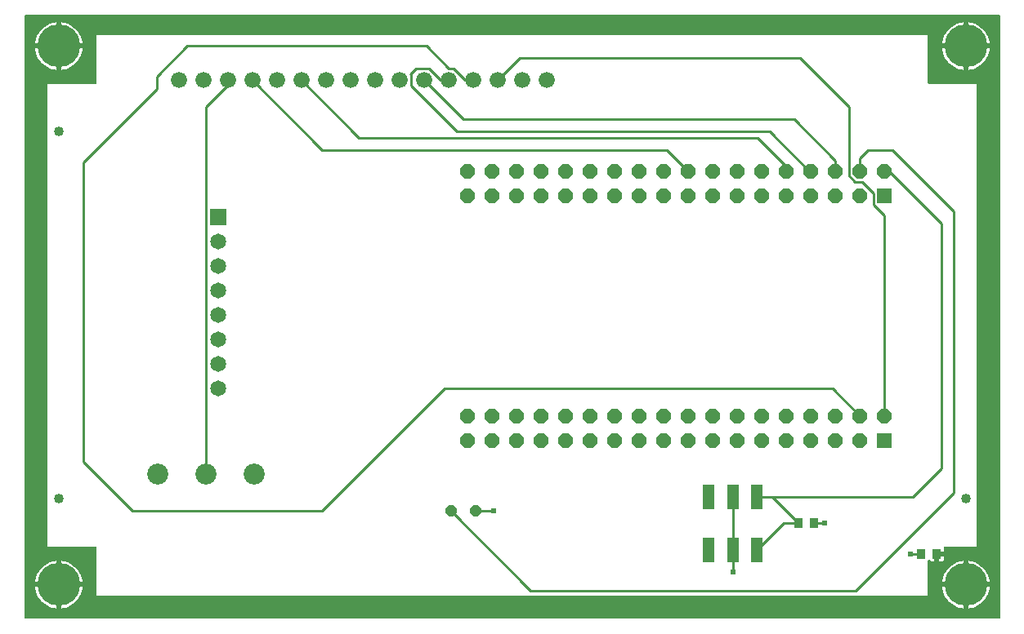
<source format=gbr>
G04 EAGLE Gerber RS-274X export*
G75*
%MOMM*%
%FSLAX34Y34*%
%LPD*%
%INTop Copper*%
%IPPOS*%
%AMOC8*
5,1,8,0,0,1.08239X$1,22.5*%
G01*
%ADD10C,1.676400*%
%ADD11C,1.016000*%
%ADD12P,1.231672X8X22.500000*%
%ADD13C,4.445000*%
%ADD14C,2.184400*%
%ADD15R,0.949959X1.031241*%
%ADD16R,1.200000X2.500000*%
%ADD17R,1.524000X1.524000*%
%ADD18P,1.649562X8X202.500000*%
%ADD19C,1.651000*%
%ADD20R,1.651000X1.651000*%
%ADD21C,0.254000*%
%ADD22C,0.609600*%

G36*
X1013244Y628008D02*
X1013244Y628008D01*
X1013237Y628127D01*
X1013224Y628165D01*
X1013219Y628206D01*
X1013176Y628316D01*
X1013139Y628429D01*
X1013117Y628464D01*
X1013102Y628501D01*
X1013033Y628597D01*
X1012969Y628698D01*
X1012939Y628726D01*
X1012916Y628759D01*
X1012824Y628835D01*
X1012737Y628916D01*
X1012702Y628936D01*
X1012671Y628961D01*
X1012563Y629012D01*
X1012459Y629070D01*
X1012419Y629080D01*
X1012383Y629097D01*
X1012266Y629119D01*
X1012151Y629149D01*
X1012091Y629153D01*
X1012071Y629157D01*
X1012050Y629155D01*
X1011990Y629159D01*
X3810Y629159D01*
X3692Y629144D01*
X3573Y629137D01*
X3535Y629124D01*
X3494Y629119D01*
X3384Y629076D01*
X3271Y629039D01*
X3236Y629017D01*
X3199Y629002D01*
X3103Y628933D01*
X3002Y628869D01*
X2974Y628839D01*
X2941Y628816D01*
X2865Y628724D01*
X2784Y628637D01*
X2764Y628602D01*
X2739Y628571D01*
X2688Y628463D01*
X2630Y628359D01*
X2620Y628319D01*
X2603Y628283D01*
X2581Y628166D01*
X2551Y628051D01*
X2547Y627991D01*
X2543Y627971D01*
X2545Y627950D01*
X2541Y627890D01*
X2541Y3810D01*
X2556Y3692D01*
X2563Y3573D01*
X2576Y3535D01*
X2581Y3494D01*
X2624Y3384D01*
X2661Y3271D01*
X2683Y3236D01*
X2698Y3199D01*
X2767Y3103D01*
X2831Y3002D01*
X2861Y2974D01*
X2884Y2941D01*
X2976Y2865D01*
X3063Y2784D01*
X3098Y2764D01*
X3129Y2739D01*
X3237Y2688D01*
X3341Y2630D01*
X3381Y2620D01*
X3417Y2603D01*
X3534Y2581D01*
X3649Y2551D01*
X3709Y2547D01*
X3729Y2543D01*
X3750Y2545D01*
X3810Y2541D01*
X1011990Y2541D01*
X1012108Y2556D01*
X1012227Y2563D01*
X1012265Y2576D01*
X1012306Y2581D01*
X1012416Y2624D01*
X1012529Y2661D01*
X1012564Y2683D01*
X1012601Y2698D01*
X1012697Y2767D01*
X1012798Y2831D01*
X1012826Y2861D01*
X1012859Y2884D01*
X1012935Y2976D01*
X1013016Y3063D01*
X1013036Y3098D01*
X1013061Y3129D01*
X1013112Y3237D01*
X1013170Y3341D01*
X1013180Y3381D01*
X1013197Y3417D01*
X1013219Y3534D01*
X1013249Y3649D01*
X1013253Y3709D01*
X1013257Y3729D01*
X1013255Y3750D01*
X1013259Y3810D01*
X1013259Y627890D01*
X1013244Y628008D01*
G37*
%LPC*%
G36*
X76200Y557531D02*
X76200Y557531D01*
X76318Y557546D01*
X76437Y557553D01*
X76475Y557566D01*
X76516Y557571D01*
X76626Y557614D01*
X76739Y557651D01*
X76774Y557673D01*
X76811Y557688D01*
X76907Y557758D01*
X77008Y557821D01*
X77036Y557851D01*
X77069Y557874D01*
X77145Y557966D01*
X77226Y558053D01*
X77246Y558088D01*
X77271Y558119D01*
X77322Y558227D01*
X77380Y558331D01*
X77390Y558371D01*
X77407Y558407D01*
X77429Y558524D01*
X77459Y558639D01*
X77463Y558700D01*
X77467Y558720D01*
X77465Y558740D01*
X77469Y558800D01*
X77469Y608331D01*
X938531Y608331D01*
X938531Y558800D01*
X938546Y558682D01*
X938553Y558563D01*
X938566Y558525D01*
X938571Y558484D01*
X938614Y558374D01*
X938651Y558261D01*
X938673Y558226D01*
X938688Y558189D01*
X938758Y558093D01*
X938821Y557992D01*
X938851Y557964D01*
X938874Y557931D01*
X938966Y557856D01*
X939053Y557774D01*
X939088Y557754D01*
X939119Y557729D01*
X939227Y557678D01*
X939331Y557620D01*
X939371Y557610D01*
X939407Y557593D01*
X939524Y557571D01*
X939639Y557541D01*
X939700Y557537D01*
X939720Y557533D01*
X939740Y557535D01*
X939800Y557531D01*
X989331Y557531D01*
X989331Y77469D01*
X956175Y77469D01*
X956051Y77454D01*
X955925Y77444D01*
X955893Y77434D01*
X955860Y77429D01*
X955743Y77383D01*
X955624Y77343D01*
X955595Y77325D01*
X955564Y77312D01*
X955462Y77239D01*
X955357Y77170D01*
X955334Y77145D01*
X955307Y77126D01*
X955226Y77029D01*
X955141Y76936D01*
X955125Y76907D01*
X955104Y76881D01*
X955050Y76767D01*
X954991Y76656D01*
X954983Y76623D01*
X954968Y76593D01*
X954945Y76469D01*
X954915Y76347D01*
X954915Y76314D01*
X954909Y76281D01*
X954916Y76155D01*
X954918Y76029D01*
X954927Y75981D01*
X954928Y75963D01*
X954935Y75943D01*
X954949Y75871D01*
X955092Y75341D01*
X955092Y72224D01*
X948906Y72224D01*
X948788Y72209D01*
X948669Y72202D01*
X948631Y72189D01*
X948591Y72184D01*
X948480Y72140D01*
X948367Y72104D01*
X948332Y72082D01*
X948295Y72067D01*
X948199Y71997D01*
X948098Y71934D01*
X948070Y71904D01*
X948038Y71880D01*
X947962Y71789D01*
X947880Y71702D01*
X947861Y71667D01*
X947835Y71635D01*
X947784Y71528D01*
X947727Y71424D01*
X947716Y71384D01*
X947699Y71348D01*
X947677Y71231D01*
X947647Y71116D01*
X947643Y71055D01*
X947639Y71035D01*
X947641Y71015D01*
X947637Y70955D01*
X947637Y70014D01*
X946696Y70014D01*
X946578Y69999D01*
X946459Y69992D01*
X946421Y69979D01*
X946381Y69974D01*
X946270Y69930D01*
X946157Y69894D01*
X946122Y69872D01*
X946085Y69857D01*
X945989Y69787D01*
X945888Y69724D01*
X945860Y69694D01*
X945828Y69670D01*
X945752Y69579D01*
X945670Y69492D01*
X945651Y69457D01*
X945625Y69425D01*
X945574Y69318D01*
X945517Y69214D01*
X945506Y69174D01*
X945489Y69138D01*
X945467Y69021D01*
X945437Y68906D01*
X945433Y68845D01*
X945429Y68825D01*
X945431Y68805D01*
X945427Y68745D01*
X945427Y62153D01*
X942717Y62153D01*
X942070Y62326D01*
X941491Y62661D01*
X941018Y63134D01*
X940953Y63246D01*
X940878Y63346D01*
X940807Y63450D01*
X940781Y63472D01*
X940761Y63499D01*
X940663Y63577D01*
X940568Y63661D01*
X940538Y63676D01*
X940512Y63697D01*
X940397Y63748D01*
X940285Y63805D01*
X940252Y63812D01*
X940222Y63826D01*
X940097Y63847D01*
X939975Y63875D01*
X939941Y63874D01*
X939908Y63879D01*
X939782Y63869D01*
X939657Y63865D01*
X939624Y63856D01*
X939591Y63853D01*
X939472Y63812D01*
X939351Y63776D01*
X939322Y63759D01*
X939291Y63748D01*
X939185Y63679D01*
X939077Y63615D01*
X939041Y63583D01*
X939026Y63573D01*
X939011Y63557D01*
X938957Y63508D01*
X938902Y63454D01*
X938842Y63376D01*
X938774Y63304D01*
X938745Y63251D01*
X938707Y63203D01*
X938668Y63112D01*
X938620Y63026D01*
X938605Y62967D01*
X938581Y62911D01*
X938566Y62813D01*
X938541Y62718D01*
X938535Y62617D01*
X938531Y62597D01*
X938533Y62585D01*
X938531Y62557D01*
X938531Y26669D01*
X77469Y26669D01*
X77469Y76200D01*
X77454Y76318D01*
X77447Y76437D01*
X77434Y76475D01*
X77429Y76516D01*
X77386Y76626D01*
X77349Y76739D01*
X77327Y76774D01*
X77312Y76811D01*
X77243Y76907D01*
X77179Y77008D01*
X77149Y77036D01*
X77126Y77069D01*
X77034Y77145D01*
X76947Y77226D01*
X76912Y77246D01*
X76881Y77271D01*
X76773Y77322D01*
X76669Y77380D01*
X76629Y77390D01*
X76593Y77407D01*
X76476Y77429D01*
X76361Y77459D01*
X76301Y77463D01*
X76281Y77467D01*
X76260Y77465D01*
X76200Y77469D01*
X26669Y77469D01*
X26669Y557531D01*
X76200Y557531D01*
G37*
%LPD*%
%LPC*%
G36*
X40639Y599439D02*
X40639Y599439D01*
X40639Y621536D01*
X42255Y621354D01*
X44967Y620735D01*
X47592Y619817D01*
X50099Y618610D01*
X52454Y617130D01*
X54629Y615395D01*
X56595Y613429D01*
X58330Y611254D01*
X59810Y608899D01*
X61017Y606392D01*
X61935Y603767D01*
X62554Y601055D01*
X62736Y599439D01*
X40639Y599439D01*
G37*
%LPD*%
%LPC*%
G36*
X980439Y599439D02*
X980439Y599439D01*
X980439Y621536D01*
X982055Y621354D01*
X984767Y620735D01*
X987392Y619817D01*
X989899Y618610D01*
X992254Y617130D01*
X994429Y615395D01*
X996395Y613429D01*
X998130Y611254D01*
X999610Y608899D01*
X1000817Y606392D01*
X1001735Y603767D01*
X1002354Y601055D01*
X1002536Y599439D01*
X980439Y599439D01*
G37*
%LPD*%
%LPC*%
G36*
X40639Y40639D02*
X40639Y40639D01*
X40639Y62736D01*
X42255Y62554D01*
X44967Y61935D01*
X47592Y61017D01*
X50099Y59810D01*
X52454Y58330D01*
X54629Y56595D01*
X56595Y54629D01*
X58330Y52454D01*
X59810Y50099D01*
X61017Y47592D01*
X61935Y44967D01*
X62554Y42255D01*
X62736Y40639D01*
X40639Y40639D01*
G37*
%LPD*%
%LPC*%
G36*
X980439Y40639D02*
X980439Y40639D01*
X980439Y62736D01*
X982055Y62554D01*
X984767Y61935D01*
X987392Y61017D01*
X989899Y59810D01*
X992254Y58330D01*
X994429Y56595D01*
X996395Y54629D01*
X998130Y52454D01*
X999610Y50099D01*
X1000817Y47592D01*
X1001735Y44967D01*
X1002354Y42255D01*
X1002536Y40639D01*
X980439Y40639D01*
G37*
%LPD*%
%LPC*%
G36*
X40639Y594361D02*
X40639Y594361D01*
X62736Y594361D01*
X62554Y592745D01*
X61935Y590033D01*
X61017Y587408D01*
X59810Y584901D01*
X58330Y582546D01*
X56595Y580371D01*
X54629Y578405D01*
X52454Y576670D01*
X50099Y575190D01*
X47592Y573983D01*
X44967Y573065D01*
X42255Y572446D01*
X40639Y572264D01*
X40639Y594361D01*
G37*
%LPD*%
%LPC*%
G36*
X980439Y594361D02*
X980439Y594361D01*
X1002536Y594361D01*
X1002354Y592745D01*
X1001735Y590033D01*
X1000817Y587408D01*
X999610Y584901D01*
X998130Y582546D01*
X996395Y580371D01*
X994429Y578405D01*
X992254Y576670D01*
X989899Y575190D01*
X987392Y573983D01*
X984767Y573065D01*
X982055Y572446D01*
X980439Y572264D01*
X980439Y594361D01*
G37*
%LPD*%
%LPC*%
G36*
X13464Y599439D02*
X13464Y599439D01*
X13646Y601055D01*
X14265Y603767D01*
X15183Y606392D01*
X16390Y608899D01*
X17870Y611254D01*
X19605Y613429D01*
X21571Y615395D01*
X23746Y617130D01*
X26101Y618610D01*
X28608Y619817D01*
X31233Y620735D01*
X33945Y621354D01*
X35561Y621536D01*
X35561Y599439D01*
X13464Y599439D01*
G37*
%LPD*%
%LPC*%
G36*
X953264Y599439D02*
X953264Y599439D01*
X953446Y601055D01*
X954065Y603767D01*
X954983Y606392D01*
X956190Y608899D01*
X957670Y611254D01*
X959405Y613429D01*
X961371Y615395D01*
X963546Y617130D01*
X965901Y618610D01*
X968408Y619817D01*
X971033Y620735D01*
X973745Y621354D01*
X975361Y621536D01*
X975361Y599439D01*
X953264Y599439D01*
G37*
%LPD*%
%LPC*%
G36*
X13464Y40639D02*
X13464Y40639D01*
X13646Y42255D01*
X14265Y44967D01*
X15183Y47592D01*
X16390Y50099D01*
X17870Y52454D01*
X19605Y54629D01*
X21571Y56595D01*
X23746Y58330D01*
X26101Y59810D01*
X28608Y61017D01*
X31233Y61935D01*
X33945Y62554D01*
X35561Y62736D01*
X35561Y40639D01*
X13464Y40639D01*
G37*
%LPD*%
%LPC*%
G36*
X953264Y40639D02*
X953264Y40639D01*
X953446Y42255D01*
X954065Y44967D01*
X954983Y47592D01*
X956190Y50099D01*
X957670Y52454D01*
X959405Y54629D01*
X961371Y56595D01*
X963546Y58330D01*
X965901Y59810D01*
X968408Y61017D01*
X971033Y61935D01*
X973745Y62554D01*
X975361Y62736D01*
X975361Y40639D01*
X953264Y40639D01*
G37*
%LPD*%
%LPC*%
G36*
X980439Y35561D02*
X980439Y35561D01*
X1002536Y35561D01*
X1002354Y33945D01*
X1001735Y31233D01*
X1000817Y28608D01*
X999610Y26101D01*
X998130Y23746D01*
X996395Y21571D01*
X994429Y19605D01*
X992254Y17870D01*
X989899Y16390D01*
X987392Y15183D01*
X984767Y14265D01*
X982055Y13646D01*
X980439Y13464D01*
X980439Y35561D01*
G37*
%LPD*%
%LPC*%
G36*
X40639Y35561D02*
X40639Y35561D01*
X62736Y35561D01*
X62554Y33945D01*
X61935Y31233D01*
X61017Y28608D01*
X59810Y26101D01*
X58330Y23746D01*
X56595Y21571D01*
X54629Y19605D01*
X52454Y17870D01*
X50099Y16390D01*
X47592Y15183D01*
X44967Y14265D01*
X42255Y13646D01*
X40639Y13464D01*
X40639Y35561D01*
G37*
%LPD*%
%LPC*%
G36*
X33945Y572446D02*
X33945Y572446D01*
X31233Y573065D01*
X28608Y573983D01*
X26101Y575190D01*
X23746Y576670D01*
X21571Y578405D01*
X19605Y580371D01*
X17870Y582546D01*
X16390Y584901D01*
X15183Y587408D01*
X14265Y590033D01*
X13646Y592745D01*
X13464Y594361D01*
X35561Y594361D01*
X35561Y572264D01*
X33945Y572446D01*
G37*
%LPD*%
%LPC*%
G36*
X973745Y572446D02*
X973745Y572446D01*
X971033Y573065D01*
X968408Y573983D01*
X965901Y575190D01*
X963546Y576670D01*
X961371Y578405D01*
X959405Y580371D01*
X957670Y582546D01*
X956190Y584901D01*
X954983Y587408D01*
X954065Y590033D01*
X953446Y592745D01*
X953264Y594361D01*
X975361Y594361D01*
X975361Y572264D01*
X973745Y572446D01*
G37*
%LPD*%
%LPC*%
G36*
X973745Y13646D02*
X973745Y13646D01*
X971033Y14265D01*
X968408Y15183D01*
X965901Y16390D01*
X963546Y17870D01*
X961371Y19605D01*
X959405Y21571D01*
X957670Y23746D01*
X956190Y26101D01*
X954983Y28608D01*
X954065Y31233D01*
X953446Y33945D01*
X953264Y35561D01*
X975361Y35561D01*
X975361Y13464D01*
X973745Y13646D01*
G37*
%LPD*%
%LPC*%
G36*
X33945Y13646D02*
X33945Y13646D01*
X31233Y14265D01*
X28608Y15183D01*
X26101Y16390D01*
X23746Y17870D01*
X21571Y19605D01*
X19605Y21571D01*
X17870Y23746D01*
X16390Y26101D01*
X15183Y28608D01*
X14265Y31233D01*
X13646Y33945D01*
X13464Y35561D01*
X35561Y35561D01*
X35561Y13464D01*
X33945Y13646D01*
G37*
%LPD*%
%LPC*%
G36*
X950175Y62153D02*
X950175Y62153D01*
X950175Y67476D01*
X955091Y67476D01*
X955092Y64359D01*
X954918Y63713D01*
X954584Y63134D01*
X954111Y62661D01*
X953532Y62326D01*
X952885Y62153D01*
X950175Y62153D01*
G37*
%LPD*%
%LPC*%
G36*
X977899Y596899D02*
X977899Y596899D01*
X977899Y596901D01*
X977901Y596901D01*
X977901Y596899D01*
X977899Y596899D01*
G37*
%LPD*%
%LPC*%
G36*
X38099Y596899D02*
X38099Y596899D01*
X38099Y596901D01*
X38101Y596901D01*
X38101Y596899D01*
X38099Y596899D01*
G37*
%LPD*%
%LPC*%
G36*
X977899Y38099D02*
X977899Y38099D01*
X977899Y38101D01*
X977901Y38101D01*
X977901Y38099D01*
X977899Y38099D01*
G37*
%LPD*%
%LPC*%
G36*
X38099Y38099D02*
X38099Y38099D01*
X38099Y38101D01*
X38101Y38101D01*
X38101Y38099D01*
X38099Y38099D01*
G37*
%LPD*%
D10*
X162600Y561400D03*
X188000Y561400D03*
X213400Y561400D03*
X238800Y561400D03*
X264200Y561400D03*
X289600Y561400D03*
X315000Y561400D03*
X340400Y561400D03*
X365800Y561400D03*
X391200Y561400D03*
X416600Y561400D03*
X442000Y561400D03*
X467400Y561400D03*
X492800Y561400D03*
X518200Y561400D03*
X543600Y561400D03*
D11*
X977900Y127000D03*
X977900Y127000D03*
X38100Y127000D03*
X38100Y508000D03*
X38100Y127000D03*
X38100Y508000D03*
D12*
X444500Y114300D03*
X469900Y114300D03*
D13*
X38100Y38100D03*
X38100Y596900D03*
X977900Y596900D03*
X977900Y38100D03*
D14*
X140500Y152400D03*
X190500Y152400D03*
X240500Y152400D03*
D15*
X931799Y69850D03*
X947801Y69850D03*
X804799Y101600D03*
X820801Y101600D03*
D16*
X711600Y74100D03*
X736600Y74100D03*
X761600Y74100D03*
X711600Y129100D03*
X736600Y129100D03*
X761600Y129100D03*
D17*
X893400Y187700D03*
D18*
X893400Y213100D03*
X868000Y187700D03*
X868000Y213100D03*
X842600Y187700D03*
X842600Y213100D03*
X817200Y187700D03*
X817200Y213100D03*
X791800Y187700D03*
X791800Y213100D03*
X766400Y187700D03*
X766400Y213100D03*
X741000Y187700D03*
X741000Y213100D03*
X715600Y187700D03*
X715600Y213100D03*
X690200Y187700D03*
X690200Y213100D03*
X664800Y187700D03*
X664800Y213100D03*
X639400Y187700D03*
X639400Y213100D03*
X614000Y187700D03*
X614000Y213100D03*
X588600Y187700D03*
X588600Y213100D03*
X563200Y187700D03*
X563200Y213100D03*
X537800Y187700D03*
X537800Y213100D03*
X512400Y187700D03*
X512400Y213100D03*
X487000Y187700D03*
X487000Y213100D03*
X461600Y187700D03*
X461600Y213100D03*
D17*
X893400Y441700D03*
D18*
X893400Y467100D03*
X868000Y441700D03*
X868000Y467100D03*
X842600Y441700D03*
X842600Y467100D03*
X817200Y441700D03*
X817200Y467100D03*
X791800Y441700D03*
X791800Y467100D03*
X766400Y441700D03*
X766400Y467100D03*
X741000Y441700D03*
X741000Y467100D03*
X715600Y441700D03*
X715600Y467100D03*
X690200Y441700D03*
X690200Y467100D03*
X664800Y441700D03*
X664800Y467100D03*
X639400Y441700D03*
X639400Y467100D03*
X614000Y441700D03*
X614000Y467100D03*
X588600Y441700D03*
X588600Y467100D03*
X563200Y441700D03*
X563200Y467100D03*
X537800Y441700D03*
X537800Y467100D03*
X512400Y441700D03*
X512400Y467100D03*
X487000Y441700D03*
X487000Y467100D03*
X461600Y441700D03*
X461600Y467100D03*
D19*
X203200Y266700D03*
X203200Y241300D03*
D20*
X203200Y419100D03*
D19*
X203200Y393700D03*
X203200Y368300D03*
X203200Y317500D03*
X203200Y292100D03*
X203200Y342900D03*
D21*
X736600Y74100D02*
X736600Y50800D01*
D22*
X736600Y50800D03*
D21*
X736600Y74100D02*
X736600Y129100D01*
X488950Y114300D02*
X469900Y114300D01*
D22*
X488950Y114300D03*
D21*
X820801Y101600D02*
X831850Y101600D01*
D22*
X831850Y101600D03*
D21*
X920750Y69850D02*
X931799Y69850D01*
D22*
X920750Y69850D03*
D21*
X789100Y101600D02*
X761600Y74100D01*
X789100Y101600D02*
X804799Y101600D01*
X777299Y129100D01*
X761600Y129100D01*
X922850Y129100D01*
X952500Y158750D01*
X952500Y412750D01*
X898150Y467100D02*
X893400Y467100D01*
X898150Y467100D02*
X952500Y412750D01*
X213400Y556300D02*
X213400Y561400D01*
X190500Y533400D02*
X190500Y152400D01*
X190500Y533400D02*
X213400Y556300D01*
X444500Y114300D02*
X527050Y31750D01*
X876300Y488950D02*
X901700Y488950D01*
X876300Y488950D02*
X868000Y480650D01*
X868000Y467100D01*
X863600Y31750D02*
X527050Y31750D01*
X863600Y31750D02*
X965200Y133350D01*
X965200Y425450D01*
X901700Y488950D01*
X311250Y488950D02*
X238800Y561400D01*
X668350Y488950D02*
X690200Y467100D01*
X668350Y488950D02*
X311250Y488950D01*
X349350Y501650D02*
X289600Y561400D01*
X791800Y471850D02*
X791800Y467100D01*
X762000Y501650D02*
X349350Y501650D01*
X762000Y501650D02*
X791800Y471850D01*
X457300Y520700D02*
X416600Y561400D01*
X457300Y520700D02*
X800100Y520700D01*
X842600Y478200D01*
X842600Y467100D01*
X421650Y573592D02*
X419100Y573592D01*
X417008Y573592D01*
X433842Y561400D02*
X442000Y561400D01*
X433842Y561400D02*
X421650Y573592D01*
X417008Y573592D02*
X408492Y573592D01*
X402371Y567471D01*
X403392Y566450D01*
X403392Y555458D02*
X450850Y508000D01*
X403392Y555458D02*
X403392Y566450D01*
X815600Y467100D02*
X817200Y467100D01*
X774700Y508000D02*
X450850Y508000D01*
X774700Y508000D02*
X815600Y467100D01*
X839800Y241300D02*
X868000Y213100D01*
X63500Y165100D02*
X63500Y476250D01*
X139700Y552450D02*
X139700Y565150D01*
X171450Y596900D01*
X419100Y596900D01*
X442408Y573592D02*
X447050Y573592D01*
X459242Y561400D02*
X467400Y561400D01*
X459242Y561400D02*
X447050Y573592D01*
X438150Y241300D02*
X839800Y241300D01*
X438150Y241300D02*
X311150Y114300D01*
X114300Y114300D01*
X63500Y165100D01*
X63500Y476250D02*
X139700Y552450D01*
X419100Y596900D02*
X442408Y573592D01*
X856570Y462366D02*
X863266Y455670D01*
X856570Y462366D02*
X856570Y471835D01*
X893400Y421072D02*
X893400Y213100D01*
X893400Y421072D02*
X881970Y432502D01*
X881970Y443895D01*
X870195Y455670D01*
X863266Y455670D01*
X856570Y471835D02*
X857250Y472515D01*
X857250Y533400D01*
X806450Y584200D01*
X515600Y584200D02*
X492800Y561400D01*
X515600Y584200D02*
X806450Y584200D01*
M02*

</source>
